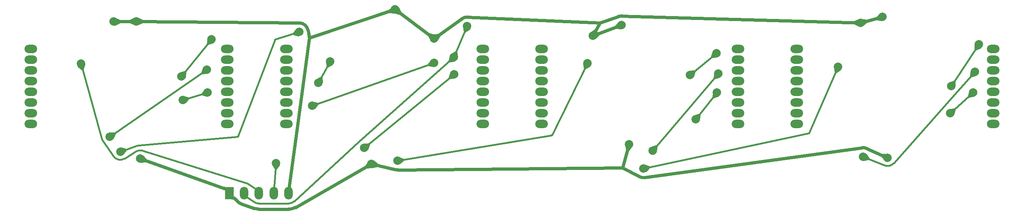
<source format=gbr>
G04 DipTrace 2.4.0.2*
%INÂåðõí³é.gbr*%
%MOMM*%
%ADD13C,0.8*%
%ADD14C,0.4*%
%ADD16R,2.0X3.0*%
%ADD17O,2.0X3.0*%
%ADD19O,3.0X2.0*%
%ADD22C,2.0*%
%FSLAX53Y53*%
G04*
G71*
G90*
G75*
G01*
%LNTop*%
%LPD*%
X96751Y21741D2*
D13*
X96262Y22088D1*
X95504Y21021D1*
X96807Y21143D1*
X96751Y21741D1*
X218670Y23157D2*
Y23749D1*
X217357D1*
X218218Y22763D1*
X218670Y23157D1*
X42147Y22981D2*
X42199Y22384D1*
X43503Y22498D1*
X42583Y23418D1*
X42147Y22981D1*
X96751Y21741D2*
X96865Y21151D1*
X98150Y21398D1*
X97124Y22211D1*
X96751Y21741D1*
X157597Y26382D2*
X157005Y26286D1*
X157216Y24994D1*
X158057Y25997D1*
X157597Y26382D1*
X42147Y22981D2*
X62041Y15885D1*
G03X62176Y15862I134J375D01*
G01*
X62576D1*
X63176Y14762D1*
X96751Y21741D2*
X102402Y20358D1*
G03X102933Y20297I511J2089D01*
G01*
X156069Y20810D1*
X159983Y18702D1*
G03X161296Y18465I1020J1894D01*
G01*
X212590Y25537D1*
G02X213767Y25367I294J-2130D01*
G01*
X218670Y23157D1*
X157597Y26382D2*
X156069Y20810D1*
X63176Y14762D2*
X63776Y13662D1*
X64176D1*
G02X64480Y13522I0J-400D01*
G01*
X65042Y12865D1*
G03X65969Y12231I1634J1397D01*
G01*
X69091Y11145D1*
G03X70176Y10962I1084J3116D01*
G01*
X77176D1*
G03X78824Y11403I0J3300D01*
G01*
X96751Y21741D1*
X74208Y21909D2*
D14*
X73502Y21531D1*
X74090Y20433D1*
X74844Y21424D1*
X74208Y21909D1*
X73676Y15262D1*
Y14762D1*
X116167Y46985D2*
X116956Y47116D1*
X116752Y48345D1*
X115719Y47649D1*
X116167Y46985D1*
X119347Y54371D2*
X118558Y54240D1*
X118762Y53012D1*
X119794Y53708D1*
X119347Y54371D1*
X116167Y46985D2*
X115396Y47199D1*
X115063Y46000D1*
X116292Y46195D1*
X116167Y46985D1*
X66676Y14762D2*
D3*
X116167Y46985D2*
X119347Y54371D1*
X66676Y14762D2*
Y14262D1*
X69089Y12643D1*
G03X70176Y12312I1087J1620D01*
G01*
X77176D1*
G03X78501Y12832I0J1950D01*
G01*
X93728Y26946D1*
X93741Y26958D1*
X93754Y26970D1*
X116167Y46985D1*
X51870Y42481D2*
X52665Y42394D1*
X52800Y43632D1*
X51618Y43240D1*
X51870Y42481D1*
X58968Y51261D2*
X58173Y51348D1*
X58038Y50110D1*
X59220Y50502D1*
X58968Y51261D1*
X51870Y42481D2*
X58968Y51261D1*
X111522Y45638D2*
X110890Y46129D1*
X110126Y45147D1*
X111337Y44860D1*
X111522Y45638D1*
X82707Y35496D2*
X83338Y35005D1*
X84103Y35987D1*
X82891Y36274D1*
X82707Y35496D1*
X111522Y45638D2*
X82707Y35496D1*
X86983Y46019D2*
X86185Y45964D1*
X86271Y44722D1*
X87365Y45316D1*
X86983Y46019D1*
X84198Y40942D2*
X84996Y40998D1*
X84910Y42240D1*
X83816Y41645D1*
X84198Y40942D1*
X86983Y46019D2*
X84198Y40942D1*
X171955Y42807D2*
X172717Y42563D1*
X173098Y43748D1*
X171861Y43602D1*
X171955Y42807D1*
X178212Y47961D2*
X177451Y48206D1*
X177070Y47020D1*
X178307Y47167D1*
X178212Y47961D1*
X171955Y42807D2*
X178212Y47961D1*
X233686Y40147D2*
X234501D1*
Y41383D1*
X233362Y40879D1*
X233686Y40147D1*
X240225Y50067D2*
X239411D1*
Y48831D1*
X240549Y49336D1*
X240225Y50067D1*
X233686Y40147D2*
X240225Y50067D1*
X28103Y45455D2*
X27571Y44857D1*
X28500Y44029D1*
X28867Y45219D1*
X28103Y45455D1*
X33070Y27647D1*
G03X33350Y27054I1879J524D01*
G01*
X35834Y23501D1*
G03X38473Y22969I1598J1117D01*
G01*
X41106Y24631D1*
G02X42732Y24841I1041J-1649D01*
G01*
X67261Y17122D1*
G02X67762Y16881I-587J-1863D01*
G01*
X70176Y15262D1*
Y14762D1*
X79659Y52989D2*
X79045Y53501D1*
X78248Y52545D1*
X79449Y52218D1*
X79659Y52989D1*
X37432Y24618D2*
X38062Y24125D1*
X38829Y25106D1*
X37618Y25396D1*
X37432Y24618D1*
X79659Y52989D2*
X74066Y51226D1*
G03X73939Y51106I60J-191D01*
G01*
X65255Y28262D1*
G02X65085Y28134I-187J71D01*
G01*
X41872Y26069D1*
G03X41125Y25908I274J-3085D01*
G01*
X37432Y24618D1*
X147752Y45604D2*
X146957Y45511D1*
X147101Y44274D1*
X148166Y44920D1*
X147752Y45604D1*
X102912Y22447D2*
X103450Y21854D1*
X104372Y22690D1*
X103228Y23182D1*
X102912Y22447D1*
X147752Y45604D2*
X139445Y28623D1*
G02X139298Y28513I-180J88D01*
G01*
X102912Y22447D1*
X206940Y44712D2*
X206151Y44582D1*
X206354Y43353D1*
X207387Y44049D1*
X206940Y44712D1*
X161003Y20595D2*
X161570Y20027D1*
X162449Y20906D1*
X161284Y21344D1*
X161003Y20595D1*
X206940Y44712D2*
X200220Y29117D1*
G02X200078Y29000I-184J79D01*
G01*
X161003Y20595D1*
X102346Y58329D2*
D13*
X101937Y58769D1*
X100978Y57877D1*
X102280Y57733D1*
X102346Y58329D1*
X35810Y55475D2*
X36064Y54932D1*
X37250Y55486D1*
X36056Y56023D1*
X35810Y55475D1*
X41188Y55516D2*
X40933Y56060D1*
X39748Y55505D1*
X40942Y54969D1*
X41188Y55516D1*
X41432Y54969D1*
X42627Y55502D1*
X41443Y56059D1*
X41188Y55516D1*
X102346Y58329D2*
X102219Y57743D1*
X103498Y57466D1*
X102873Y58616D1*
X102346Y58329D1*
X111532Y51451D2*
X111659Y52037D1*
X110379Y52314D1*
X111005Y51164D1*
X111532Y51451D1*
X217493Y56556D2*
X217113Y57020D1*
X216100Y56191D1*
X217389Y55965D1*
X217493Y56556D1*
X212273Y55189D2*
X212653Y54724D1*
X213666Y55553D1*
X212376Y55780D1*
X212273Y55189D1*
X111532Y51451D2*
X112052Y51151D1*
X112705Y52285D1*
X111420Y52040D1*
X111532Y51451D1*
X149052Y52105D2*
X149650Y52059D1*
X149750Y53364D1*
X148696Y52588D1*
X149052Y52105D1*
X155825Y54647D2*
X155404Y55068D1*
X154477Y54141D1*
X155783Y54049D1*
X155825Y54647D1*
X149052Y52105D2*
X149473Y51683D1*
X150400Y52611D1*
X149094Y52703D1*
X149052Y52105D1*
X212273Y55189D2*
X212038Y55741D1*
X210833Y55230D1*
X212007Y54651D1*
X212273Y55189D1*
X155825Y54647D2*
X149052Y52105D1*
X217493Y56556D2*
X212273Y55189D1*
X102346Y58329D2*
X82042Y51611D1*
X81785Y53310D1*
G03X79680Y55139I-2126J-321D01*
G01*
X41188Y55516D1*
X35810Y55475D1*
X82042Y51611D2*
X79053Y28875D1*
X77176Y15262D1*
Y14762D1*
X111532Y51451D2*
X102346Y58329D1*
X149052Y52105D2*
X150752Y55171D1*
X119439Y56519D1*
G03X118101Y56123I-92J-2148D01*
G01*
X111532Y51451D1*
X212273Y55189D2*
X155887Y56796D1*
G03X155124Y56679I-61J-2150D01*
G01*
X150752Y55171D1*
X77176Y14762D2*
D3*
X52155Y36885D2*
D14*
X52759Y36361D1*
X53575Y37301D1*
X52381Y37652D1*
X52155Y36885D1*
X58052Y38613D2*
X57447Y39138D1*
X56631Y38197D1*
X57826Y37846D1*
X58052Y38613D1*
X52155Y36885D2*
X58052Y38613D1*
X34949Y28171D2*
X35688Y27865D1*
X36164Y29015D1*
X34920Y28971D1*
X34949Y28171D1*
X57874Y44094D2*
X57134Y44400D1*
X56658Y43250D1*
X57902Y43294D1*
X57874Y44094D1*
X34949Y28171D2*
X57874Y44094D1*
X95053Y25516D2*
X95815Y25271D1*
X96196Y26457D1*
X94959Y26310D1*
X95053Y25516D1*
X116252Y42973D2*
X115491Y43218D1*
X115110Y42032D1*
X116346Y42178D1*
X116252Y42973D1*
X95053Y25516D2*
X116252Y42973D1*
X173343Y32285D2*
X174139Y32205D1*
X174264Y33444D1*
X173085Y33043D1*
X173343Y32285D1*
X178375Y38620D2*
X177579Y38700D1*
X177454Y37461D1*
X178633Y37863D1*
X178375Y38620D1*
X173343Y32285D2*
X178375Y38620D1*
X163163Y24858D2*
X163956Y24751D1*
X164122Y25986D1*
X162930Y25623D1*
X163163Y24858D1*
X178700Y43129D2*
X177907Y43236D1*
X177741Y42002D1*
X178932Y42364D1*
X178700Y43129D1*
X163163Y24858D2*
X178700Y43129D1*
X233472Y33736D2*
X234244Y33527D1*
X234570Y34729D1*
X233341Y34525D1*
X233472Y33736D1*
X238911Y38653D2*
X238139Y38862D1*
X237813Y37660D1*
X239041Y37863D1*
X238911Y38653D1*
X233472Y33736D2*
X238911Y38653D1*
X212883Y23407D2*
X213030Y22621D1*
X214254Y22849D1*
X213538Y23868D1*
X212883Y23407D1*
X239268Y43583D2*
X238477Y43700D1*
X238296Y42468D1*
X239491Y42815D1*
X239268Y43583D1*
X212883Y23407D2*
X217935Y21351D1*
G03X220131Y21866I735J1806D01*
G01*
X235147Y38856D1*
X235152Y38861D1*
X235156Y38866D1*
X239268Y43583D1*
D22*
X157597Y26382D3*
X96751Y21741D3*
X42147Y22981D3*
X218670Y23157D3*
X74208Y21909D3*
X119347Y54371D3*
X116167Y46985D3*
X51870Y42481D3*
X58968Y51261D3*
X111522Y45638D3*
X82707Y35496D3*
X86983Y46019D3*
X84198Y40942D3*
X171955Y42807D3*
X178212Y47961D3*
X233686Y40147D3*
X240225Y50067D3*
X28103Y45455D3*
X79659Y52989D3*
X37432Y24618D3*
X147752Y45604D3*
X102912Y22447D3*
X206940Y44712D3*
X161003Y20595D3*
X41188Y55516D3*
X217493Y56556D3*
X155825Y54647D3*
X212273Y55189D3*
X111532Y51451D3*
X149052Y52105D3*
X35810Y55475D3*
X102346Y58329D3*
X52155Y36885D3*
X58052Y38613D3*
X34949Y28171D3*
X57874Y44094D3*
X95053Y25516D3*
X116252Y42973D3*
X173343Y32285D3*
X178375Y38620D3*
X163163Y24858D3*
X178700Y43129D3*
X233472Y33736D3*
X238911Y38653D3*
X212883Y23407D3*
X239268Y43583D3*
D16*
X63176Y14762D3*
D17*
X66676D3*
X70176D3*
X73676D3*
X77176D3*
D19*
X62665Y31210D3*
Y33750D3*
Y36290D3*
Y38830D3*
Y41370D3*
Y43910D3*
Y46450D3*
Y48990D3*
X16265Y31210D3*
Y33750D3*
Y36290D3*
Y38830D3*
Y41370D3*
Y43910D3*
Y46450D3*
Y48990D3*
X123018Y31210D3*
Y33750D3*
Y36290D3*
Y38830D3*
Y41370D3*
Y43910D3*
Y46450D3*
Y48990D3*
X76618Y31210D3*
Y33750D3*
Y36290D3*
Y38830D3*
Y41370D3*
Y43910D3*
Y46450D3*
Y48990D3*
X183337Y31210D3*
Y33750D3*
Y36290D3*
Y38830D3*
Y41370D3*
Y43910D3*
Y46450D3*
Y48990D3*
X136937Y31210D3*
Y33750D3*
Y36290D3*
Y38830D3*
Y41370D3*
Y43910D3*
Y46450D3*
Y48990D3*
X243655Y31210D3*
Y33750D3*
Y36290D3*
Y38830D3*
Y41370D3*
Y43910D3*
Y46450D3*
Y48990D3*
X197255Y31210D3*
Y33750D3*
Y36290D3*
Y38830D3*
Y41370D3*
Y43910D3*
Y46450D3*
Y48990D3*
M02*

</source>
